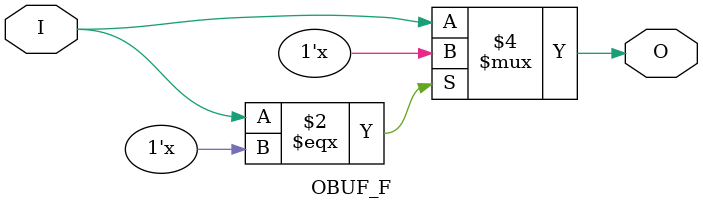
<source format=v>

/*

FUNCTION	: OUTPUT BUFFER

*/

`timescale  100 ps / 10 ps

`celldefine

module OBUF_F (O, I);


    output O;
    reg    O;

    input  I;

    always @(I)
	if (I === 1'bz)
	   #1 O = 1'bz;
	else
	   #1 O = I;

    specify
    endspecify

endmodule

`endcelldefine

</source>
